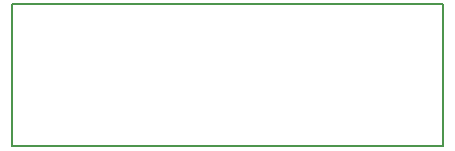
<source format=gbr>
%TF.GenerationSoftware,KiCad,Pcbnew,(5.0.2)-1*%
%TF.CreationDate,2019-03-05T14:35:33+01:00*%
%TF.ProjectId,ac-dc-converter-mp171,61632d64-632d-4636-9f6e-766572746572,rev?*%
%TF.SameCoordinates,Original*%
%TF.FileFunction,Profile,NP*%
%FSLAX46Y46*%
G04 Gerber Fmt 4.6, Leading zero omitted, Abs format (unit mm)*
G04 Created by KiCad (PCBNEW (5.0.2)-1) date 05/03/2019 14:35:33*
%MOMM*%
%LPD*%
G01*
G04 APERTURE LIST*
%ADD10C,0.200000*%
G04 APERTURE END LIST*
D10*
X107500000Y-107500000D02*
X107500000Y-95500000D01*
X144000000Y-107500000D02*
X107500000Y-107500000D01*
X144000000Y-95500000D02*
X144000000Y-107500000D01*
X107500000Y-95500000D02*
X144000000Y-95500000D01*
M02*

</source>
